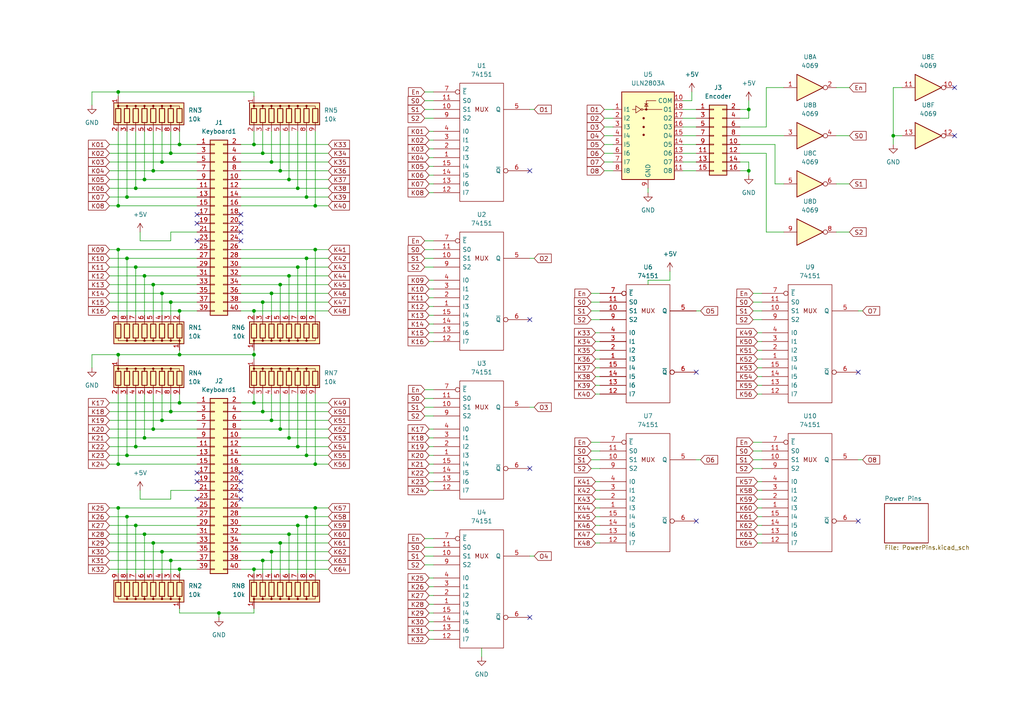
<source format=kicad_sch>
(kicad_sch (version 20211123) (generator eeschema)
  (paper "A4")
  (lib_symbols
    (symbol "4xxx:4069" (pin_names (offset 1.016))
      (property "Reference" "U" (at 0 1.27 0))
      (property "Value" "4069" (at 0 -1.27 0))
      (symbol "4069_1_0"
        (pin input line (at -7.62 0 0) (length 3.81) (name "~") (number "1"))
        (pin output inverted (at 7.62 0 180) (length 3.81) (name "~") (number "2"))
      )
      (symbol "4069_2_0"
        (pin input line (at -7.62 0 0) (length 3.81) (name "~") (number "3"))
        (pin output inverted (at 7.62 0 180) (length 3.81) (name "~") (number "4"))
      )
      (symbol "4069_3_0"
        (pin input line (at -7.62 0 0) (length 3.81) (name "~") (number "5"))
        (pin output inverted (at 7.62 0 180) (length 3.81) (name "~") (number "6"))
      )
      (symbol "4069_4_0"
        (pin output inverted (at 7.62 0 180) (length 3.81) (name "~") (number "8"))
        (pin input line (at -7.62 0 0) (length 3.81) (name "~") (number "9"))
      )
      (symbol "4069_5_0"
        (pin output inverted (at 7.62 0 180) (length 3.81) (name "~") (number "10"))
        (pin input line (at -7.62 0 0) (length 3.81) (name "~") (number "11"))
      )
      (symbol "4069_6_0"
        (pin output inverted (at 7.62 0 180) (length 3.81) (name "~") (number "12"))
        (pin input line (at -7.62 0 0) (length 3.81) (name "~") (number "13"))
      )
      (symbol "4069_7_0"
        (pin power_in line (at 0 12.7 270) (length 5.08) (name "VDD") (number "14"))
        (pin power_in line (at 0 -12.7 90) (length 5.08) (name "VSS") (number "7"))
      )
    )
    (symbol "74xx_IEEE:74151" (pin_names (offset 0.762))
      (property "Reference" "U" (at 5.08 17.78 0))
      (property "Value" "74151" (at 8.89 -20.32 0))
      (symbol "74151_0_0"
        (text "MUX" (at 0 8.89 0) (effects (font (size 1.27 1.27))))
        (pin power_in line (at 0 16.51 270) (length 0) hide (name "VCC") (number "16"))
        (pin power_in line (at 0 -17.78 90) (length 0) hide (name "GND") (number "8"))
      )
      (symbol "74151_1_1"
        (pin input line (at -13.97 -5.08 0) (length 7.62) (name "I3") (number "1"))
        (pin input line (at -13.97 8.89 0) (length 7.62) (name "S1") (number "10"))
        (pin input line (at -13.97 11.43 0) (length 7.62) (name "S0") (number "11"))
        (pin input line (at -13.97 -15.24 0) (length 7.62) (name "I7") (number "12"))
        (pin input line (at -13.97 -12.7 0) (length 7.62) (name "I6") (number "13"))
        (pin input line (at -13.97 -10.16 0) (length 7.62) (name "I5") (number "14"))
        (pin input line (at -13.97 -7.62 0) (length 7.62) (name "I4") (number "15"))
        (pin input line (at -13.97 -2.54 0) (length 7.62) (name "I2") (number "2"))
        (pin input line (at -13.97 0 0) (length 7.62) (name "I1") (number "3"))
        (pin input line (at -13.97 2.54 0) (length 7.62) (name "I0") (number "4"))
        (pin output line (at 13.97 8.89 180) (length 7.62) (name "Q") (number "5"))
        (pin output inverted (at 13.97 -8.89 180) (length 7.62) (name "~{Q}") (number "6"))
        (pin input inverted (at -13.97 13.97 0) (length 7.62) (name "~{E}") (number "7"))
        (pin input line (at -13.97 6.35 0) (length 7.62) (name "S2") (number "9"))
      )
    )
    (symbol "Connector_Generic:Conn_02x08_Odd_Even" (pin_names (offset 1.016) hide)
      (property "Reference" "J" (at 1.27 10.16 0))
      (property "Value" "Conn_02x08_Odd_Even" (at 1.27 -12.7 0))
      (symbol "Conn_02x08_Odd_Even_1_1"
        (pin passive line (at -5.08 7.62 0) (length 3.81) (name "Pin_1") (number "1"))
        (pin passive line (at 7.62 -2.54 180) (length 3.81) (name "Pin_10") (number "10"))
        (pin passive line (at -5.08 -5.08 0) (length 3.81) (name "Pin_11") (number "11"))
        (pin passive line (at 7.62 -5.08 180) (length 3.81) (name "Pin_12") (number "12"))
        (pin passive line (at -5.08 -7.62 0) (length 3.81) (name "Pin_13") (number "13"))
        (pin passive line (at 7.62 -7.62 180) (length 3.81) (name "Pin_14") (number "14"))
        (pin passive line (at -5.08 -10.16 0) (length 3.81) (name "Pin_15") (number "15"))
        (pin passive line (at 7.62 -10.16 180) (length 3.81) (name "Pin_16") (number "16"))
        (pin passive line (at 7.62 7.62 180) (length 3.81) (name "Pin_2") (number "2"))
        (pin passive line (at -5.08 5.08 0) (length 3.81) (name "Pin_3") (number "3"))
        (pin passive line (at 7.62 5.08 180) (length 3.81) (name "Pin_4") (number "4"))
        (pin passive line (at -5.08 2.54 0) (length 3.81) (name "Pin_5") (number "5"))
        (pin passive line (at 7.62 2.54 180) (length 3.81) (name "Pin_6") (number "6"))
        (pin passive line (at -5.08 0 0) (length 3.81) (name "Pin_7") (number "7"))
        (pin passive line (at 7.62 0 180) (length 3.81) (name "Pin_8") (number "8"))
        (pin passive line (at -5.08 -2.54 0) (length 3.81) (name "Pin_9") (number "9"))
      )
    )
    (symbol "Connector_Generic:Conn_02x20_Odd_Even" (pin_names (offset 1.016) hide)
      (property "Reference" "J" (at 1.27 25.4 0))
      (property "Value" "Conn_02x20_Odd_Even" (at 1.27 -27.94 0))
      (symbol "Conn_02x20_Odd_Even_1_1"
        (pin passive line (at -5.08 22.86 0) (length 3.81) (name "Pin_1") (number "1"))
        (pin passive line (at 7.62 12.7 180) (length 3.81) (name "Pin_10") (number "10"))
        (pin passive line (at -5.08 10.16 0) (length 3.81) (name "Pin_11") (number "11"))
        (pin passive line (at 7.62 10.16 180) (length 3.81) (name "Pin_12") (number "12"))
        (pin passive line (at -5.08 7.62 0) (length 3.81) (name "Pin_13") (number "13"))
        (pin passive line (at 7.62 7.62 180) (length 3.81) (name "Pin_14") (number "14"))
        (pin passive line (at -5.08 5.08 0) (length 3.81) (name "Pin_15") (number "15"))
        (pin passive line (at 7.62 5.08 180) (length 3.81) (name "Pin_16") (number "16"))
        (pin passive line (at -5.08 2.54 0) (length 3.81) (name "Pin_17") (number "17"))
        (pin passive line (at 7.62 2.54 180) (length 3.81) (name "Pin_18") (number "18"))
        (pin passive line (at -5.08 0 0) (length 3.81) (name "Pin_19") (number "19"))
        (pin passive line (at 7.62 22.86 180) (length 3.81) (name "Pin_2") (number "2"))
        (pin passive line (at 7.62 0 180) (length 3.81) (name "Pin_20") (number "20"))
        (pin passive line (at -5.08 -2.54 0) (length 3.81) (name "Pin_21") (number "21"))
        (pin passive line (at 7.62 -2.54 180) (length 3.81) (name "Pin_22") (number "22"))
        (pin passive line (at -5.08 -5.08 0) (length 3.81) (name "Pin_23") (number "23"))
        (pin passive line (at 7.62 -5.08 180) (length 3.81) (name "Pin_24") (number "24"))
        (pin passive line (at -5.08 -7.62 0) (length 3.81) (name "Pin_25") (number "25"))
        (pin passive line (at 7.62 -7.62 180) (length 3.81) (name "Pin_26") (number "26"))
        (pin passive line (at -5.08 -10.16 0) (length 3.81) (name "Pin_27") (number "27"))
        (pin passive line (at 7.62 -10.16 180) (length 3.81) (name "Pin_28") (number "28"))
        (pin passive line (at -5.08 -12.7 0) (length 3.81) (name "Pin_29") (number "29"))
        (pin passive line (at -5.08 20.32 0) (length 3.81) (name "Pin_3") (number "3"))
        (pin passive line (at 7.62 -12.7 180) (length 3.81) (name "Pin_30") (number "30"))
        (pin passive line (at -5.08 -15.24 0) (length 3.81) (name "Pin_31") (number "31"))
        (pin passive line (at 7.62 -15.24 180) (length 3.81) (name "Pin_32") (number "32"))
        (pin passive line (at -5.08 -17.78 0) (length 3.81) (name "Pin_33") (number "33"))
        (pin passive line (at 7.62 -17.78 180) (length 3.81) (name "Pin_34") (number "34"))
        (pin passive line (at -5.08 -20.32 0) (length 3.81) (name "Pin_35") (number "35"))
        (pin passive line (at 7.62 -20.32 180) (length 3.81) (name "Pin_36") (number "36"))
        (pin passive line (at -5.08 -22.86 0) (length 3.81) (name "Pin_37") (number "37"))
        (pin passive line (at 7.62 -22.86 180) (length 3.81) (name "Pin_38") (number "38"))
        (pin passive line (at -5.08 -25.4 0) (length 3.81) (name "Pin_39") (number "39"))
        (pin passive line (at 7.62 20.32 180) (length 3.81) (name "Pin_4") (number "4"))
        (pin passive line (at 7.62 -25.4 180) (length 3.81) (name "Pin_40") (number "40"))
        (pin passive line (at -5.08 17.78 0) (length 3.81) (name "Pin_5") (number "5"))
        (pin passive line (at 7.62 17.78 180) (length 3.81) (name "Pin_6") (number "6"))
        (pin passive line (at -5.08 15.24 0) (length 3.81) (name "Pin_7") (number "7"))
        (pin passive line (at 7.62 15.24 180) (length 3.81) (name "Pin_8") (number "8"))
        (pin passive line (at -5.08 12.7 0) (length 3.81) (name "Pin_9") (number "9"))
      )
    )
    (symbol "Device:R_Network08" (pin_names (offset 0) hide)
      (property "Reference" "RN" (at -12.7 0 90))
      (property "Value" "R_Network08" (at 10.16 0 90))
      (symbol "R_Network08_1_1"
        (pin passive line (at -10.16 5.08 270) (length 2.54) (name "common") (number "1"))
        (pin passive line (at -10.16 -5.08 90) (length 1.27) (name "R1") (number "2"))
        (pin passive line (at -7.62 -5.08 90) (length 1.27) (name "R2") (number "3"))
        (pin passive line (at -5.08 -5.08 90) (length 1.27) (name "R3") (number "4"))
        (pin passive line (at -2.54 -5.08 90) (length 1.27) (name "R4") (number "5"))
        (pin passive line (at 0 -5.08 90) (length 1.27) (name "R5") (number "6"))
        (pin passive line (at 2.54 -5.08 90) (length 1.27) (name "R6") (number "7"))
        (pin passive line (at 5.08 -5.08 90) (length 1.27) (name "R7") (number "8"))
        (pin passive line (at 7.62 -5.08 90) (length 1.27) (name "R8") (number "9"))
      )
    )
    (symbol "Transistor_Array:ULN2803A"
      (property "Reference" "U" (at 0 13.335 0))
      (property "Value" "ULN2803A" (at 0 11.43 0))
      (symbol "ULN2803A_1_1"
        (pin input line (at -10.16 5.08 0) (length 2.54) (name "I1") (number "1"))
        (pin passive line (at 10.16 7.62 180) (length 2.54) (name "COM") (number "10"))
        (pin open_collector line (at 10.16 -12.7 180) (length 2.54) (name "O8") (number "11"))
        (pin open_collector line (at 10.16 -10.16 180) (length 2.54) (name "O7") (number "12"))
        (pin open_collector line (at 10.16 -7.62 180) (length 2.54) (name "O6") (number "13"))
        (pin open_collector line (at 10.16 -5.08 180) (length 2.54) (name "O5") (number "14"))
        (pin open_collector line (at 10.16 -2.54 180) (length 2.54) (name "O4") (number "15"))
        (pin open_collector line (at 10.16 0 180) (length 2.54) (name "O3") (number "16"))
        (pin open_collector line (at 10.16 2.54 180) (length 2.54) (name "O2") (number "17"))
        (pin open_collector line (at 10.16 5.08 180) (length 2.54) (name "O1") (number "18"))
        (pin input line (at -10.16 2.54 0) (length 2.54) (name "I2") (number "2"))
        (pin input line (at -10.16 0 0) (length 2.54) (name "I3") (number "3"))
        (pin input line (at -10.16 -2.54 0) (length 2.54) (name "I4") (number "4"))
        (pin input line (at -10.16 -5.08 0) (length 2.54) (name "I5") (number "5"))
        (pin input line (at -10.16 -7.62 0) (length 2.54) (name "I6") (number "6"))
        (pin input line (at -10.16 -10.16 0) (length 2.54) (name "I7") (number "7"))
        (pin input line (at -10.16 -12.7 0) (length 2.54) (name "I8") (number "8"))
        (pin power_in line (at 0 -17.78 90) (length 2.54) (name "GND") (number "9"))
      )
    )
    (symbol "power:+5V" (power) (pin_names (offset 0))
      (property "Value" "+5V" (at 0 3.556 0))
      (symbol "+5V_1_1"
        (pin power_in line (at 0 0 90) (length 0) hide (name "+5V") (number "1"))
      )
    )
    (symbol "power:GND" (power) (pin_names (offset 0))
      (property "Value" "GND" (at 0 -3.81 0))
      (symbol "GND_1_1"
        (pin power_in line (at 0 0 270) (length 0) hide (name "GND") (number "1"))
      )
    )
  )
  (junction (at 86.36 77.47))
  (junction (at 78.74 121.92))
  (junction (at 88.9 149.86))
  (junction (at 41.91 154.94))
  (junction (at 34.29 72.39))
  (junction (at 39.37 77.47))
  (junction (at 86.36 129.54))
  (junction (at 91.44 147.32))
  (junction (at 44.45 124.46))
  (junction (at 83.82 127))
  (junction (at 34.29 147.32))
  (junction (at 83.82 80.01))
  (junction (at 41.91 127))
  (junction (at 76.2 119.38))
  (junction (at 76.2 162.56))
  (junction (at 73.66 41.91))
  (junction (at 86.36 54.61))
  (junction (at 36.83 57.15))
  (junction (at 76.2 87.63))
  (junction (at 73.66 90.17))
  (junction (at 81.28 124.46))
  (junction (at 44.45 49.53))
  (junction (at 34.29 134.62))
  (junction (at 46.99 85.09))
  (junction (at 217.17 31.75))
  (junction (at 46.99 160.02))
  (junction (at 259.08 39.37))
  (junction (at 52.07 41.91))
  (junction (at 52.07 102.87))
  (junction (at 81.28 157.48))
  (junction (at 88.9 132.08))
  (junction (at 46.99 46.99))
  (junction (at 81.28 82.55))
  (junction (at 41.91 52.07))
  (junction (at 78.74 160.02))
  (junction (at 34.29 102.87))
  (junction (at 36.83 132.08))
  (junction (at 36.83 74.93))
  (junction (at 52.07 116.84))
  (junction (at 49.53 119.38))
  (junction (at 83.82 154.94))
  (junction (at 88.9 74.93))
  (junction (at 81.28 49.53))
  (junction (at 49.53 162.56))
  (junction (at 39.37 54.61))
  (junction (at 91.44 59.69))
  (junction (at 73.66 102.87))
  (junction (at 34.29 59.69))
  (junction (at 49.53 44.45))
  (junction (at 73.66 116.84))
  (junction (at 36.83 149.86))
  (junction (at 34.29 26.67))
  (junction (at 39.37 152.4))
  (junction (at 78.74 46.99))
  (junction (at 46.99 121.92))
  (junction (at 76.2 44.45))
  (junction (at 49.53 87.63))
  (junction (at 41.91 80.01))
  (junction (at 91.44 134.62))
  (junction (at 63.5 177.8))
  (junction (at 91.44 72.39))
  (junction (at 83.82 52.07))
  (junction (at 52.07 90.17))
  (junction (at 88.9 57.15))
  (junction (at 52.07 165.1))
  (junction (at 217.17 49.53))
  (junction (at 44.45 82.55))
  (junction (at 78.74 85.09))
  (junction (at 44.45 157.48))
  (junction (at 73.66 165.1))
  (junction (at 86.36 152.4))
  (junction (at 39.37 129.54))
  (no_connect (at 57.15 137.16))
  (no_connect (at 57.15 139.7))
  (no_connect (at 57.15 144.78))
  (no_connect (at 69.85 144.78))
  (no_connect (at 69.85 142.24))
  (no_connect (at 69.85 137.16))
  (no_connect (at 57.15 62.23))
  (no_connect (at 57.15 64.77))
  (no_connect (at 57.15 69.85))
  (no_connect (at 69.85 62.23))
  (no_connect (at 69.85 69.85))
  (no_connect (at 69.85 67.31))
  (no_connect (at 248.92 151.13))
  (no_connect (at 153.67 135.89))
  (no_connect (at 276.86 39.37))
  (no_connect (at 276.86 25.4))
  (no_connect (at 69.85 139.7))
  (no_connect (at 153.67 49.53))
  (no_connect (at 69.85 64.77))
  (no_connect (at 201.93 107.95))
  (no_connect (at 153.67 92.71))
  (no_connect (at 153.67 179.07))
  (no_connect (at 248.92 107.95))
  (no_connect (at 201.93 151.13))
  (wire (pts (xy 214.63 36.83) (xy 222.25 36.83)))
  (wire (pts (xy 44.45 91.44) (xy 44.45 82.55)))
  (wire (pts (xy 175.26 31.75) (xy 177.8 31.75)))
  (wire (pts (xy 81.28 49.53) (xy 81.28 38.1)))
  (wire (pts (xy 124.46 134.62) (xy 125.73 134.62)))
  (wire (pts (xy 88.9 91.44) (xy 88.9 74.93)))
  (wire (pts (xy 83.82 91.44) (xy 83.82 80.01)))
  (wire (pts (xy 36.83 57.15) (xy 36.83 38.1)))
  (wire (pts (xy 69.85 77.47) (xy 86.36 77.47)))
  (wire (pts (xy 57.15 59.69) (xy 34.29 59.69)))
  (wire (pts (xy 31.75 77.47) (xy 39.37 77.47)))
  (wire (pts (xy 81.28 124.46) (xy 81.28 114.3)))
  (wire (pts (xy 39.37 152.4) (xy 57.15 152.4)))
  (wire (pts (xy 69.85 49.53) (xy 81.28 49.53)))
  (wire (pts (xy 124.46 127) (xy 125.73 127)))
  (wire (pts (xy 95.25 57.15) (xy 88.9 57.15)))
  (wire (pts (xy 259.08 39.37) (xy 261.62 39.37)))
  (wire (pts (xy 46.99 85.09) (xy 57.15 85.09)))
  (wire (pts (xy 219.71 154.94) (xy 220.98 154.94)))
  (wire (pts (xy 39.37 77.47) (xy 57.15 77.47)))
  (wire (pts (xy 88.9 57.15) (xy 69.85 57.15)))
  (wire (pts (xy 34.29 104.14) (xy 34.29 102.87)))
  (wire (pts (xy 124.46 124.46) (xy 125.73 124.46)))
  (wire (pts (xy 91.44 59.69) (xy 95.25 59.69)))
  (wire (pts (xy 242.57 25.4) (xy 246.38 25.4)))
  (wire (pts (xy 217.17 49.53) (xy 217.17 50.8)))
  (wire (pts (xy 91.44 147.32) (xy 91.44 166.37)))
  (wire (pts (xy 124.46 180.34) (xy 125.73 180.34)))
  (wire (pts (xy 198.12 31.75) (xy 201.93 31.75)))
  (wire (pts (xy 198.12 36.83) (xy 201.93 36.83)))
  (wire (pts (xy 57.15 119.38) (xy 49.53 119.38)))
  (wire (pts (xy 86.36 152.4) (xy 95.25 152.4)))
  (wire (pts (xy 86.36 77.47) (xy 86.36 91.44)))
  (wire (pts (xy 78.74 121.92) (xy 95.25 121.92)))
  (wire (pts (xy 69.85 116.84) (xy 73.66 116.84)))
  (wire (pts (xy 219.71 104.14) (xy 220.98 104.14)))
  (wire (pts (xy 123.19 29.21) (xy 125.73 29.21)))
  (wire (pts (xy 31.75 49.53) (xy 44.45 49.53)))
  (wire (pts (xy 46.99 121.92) (xy 46.99 114.3)))
  (wire (pts (xy 78.74 91.44) (xy 78.74 85.09)))
  (wire (pts (xy 123.19 69.85) (xy 125.73 69.85)))
  (wire (pts (xy 172.72 111.76) (xy 173.99 111.76)))
  (wire (pts (xy 31.75 87.63) (xy 49.53 87.63)))
  (wire (pts (xy 219.71 114.3) (xy 220.98 114.3)))
  (wire (pts (xy 83.82 114.3) (xy 83.82 127)))
  (wire (pts (xy 44.45 114.3) (xy 44.45 124.46)))
  (wire (pts (xy 57.15 52.07) (xy 41.91 52.07)))
  (wire (pts (xy 46.99 91.44) (xy 46.99 85.09)))
  (wire (pts (xy 123.19 118.11) (xy 125.73 118.11)))
  (wire (pts (xy 49.53 69.85) (xy 49.53 67.31)))
  (wire (pts (xy 31.75 41.91) (xy 52.07 41.91)))
  (wire (pts (xy 81.28 49.53) (xy 95.25 49.53)))
  (wire (pts (xy 172.72 142.24) (xy 173.99 142.24)))
  (wire (pts (xy 69.85 162.56) (xy 76.2 162.56)))
  (wire (pts (xy 57.15 129.54) (xy 39.37 129.54)))
  (wire (pts (xy 36.83 149.86) (xy 57.15 149.86)))
  (wire (pts (xy 218.44 85.09) (xy 220.98 85.09)))
  (wire (pts (xy 31.75 54.61) (xy 39.37 54.61)))
  (wire (pts (xy 242.57 53.34) (xy 246.38 53.34)))
  (wire (pts (xy 91.44 134.62) (xy 91.44 114.3)))
  (wire (pts (xy 46.99 166.37) (xy 46.99 160.02)))
  (wire (pts (xy 69.85 147.32) (xy 91.44 147.32)))
  (wire (pts (xy 194.31 78.74) (xy 194.31 81.28)))
  (wire (pts (xy 259.08 41.91) (xy 259.08 39.37)))
  (wire (pts (xy 34.29 59.69) (xy 34.29 38.1)))
  (wire (pts (xy 219.71 144.78) (xy 220.98 144.78)))
  (wire (pts (xy 194.31 81.28) (xy 187.96 81.28)))
  (wire (pts (xy 69.85 41.91) (xy 73.66 41.91)))
  (wire (pts (xy 201.93 90.17) (xy 203.2 90.17)))
  (wire (pts (xy 31.75 149.86) (xy 36.83 149.86)))
  (wire (pts (xy 83.82 166.37) (xy 83.82 154.94)))
  (wire (pts (xy 26.67 102.87) (xy 26.67 106.68)))
  (wire (pts (xy 218.44 90.17) (xy 220.98 90.17)))
  (wire (pts (xy 124.46 99.06) (xy 125.73 99.06)))
  (wire (pts (xy 39.37 54.61) (xy 39.37 38.1)))
  (wire (pts (xy 49.53 87.63) (xy 57.15 87.63)))
  (wire (pts (xy 123.19 161.29) (xy 125.73 161.29)))
  (wire (pts (xy 124.46 137.16) (xy 125.73 137.16)))
  (wire (pts (xy 86.36 152.4) (xy 86.36 166.37)))
  (wire (pts (xy 124.46 132.08) (xy 125.73 132.08)))
  (wire (pts (xy 123.19 31.75) (xy 125.73 31.75)))
  (wire (pts (xy 73.66 165.1) (xy 95.25 165.1)))
  (wire (pts (xy 73.66 116.84) (xy 73.66 114.3)))
  (wire (pts (xy 124.46 185.42) (xy 125.73 185.42)))
  (wire (pts (xy 123.19 72.39) (xy 125.73 72.39)))
  (wire (pts (xy 222.25 67.31) (xy 227.33 67.31)))
  (wire (pts (xy 172.72 101.6) (xy 173.99 101.6)))
  (wire (pts (xy 69.85 127) (xy 83.82 127)))
  (wire (pts (xy 49.53 119.38) (xy 49.53 114.3)))
  (wire (pts (xy 172.72 96.52) (xy 173.99 96.52)))
  (wire (pts (xy 31.75 124.46) (xy 44.45 124.46)))
  (wire (pts (xy 49.53 67.31) (xy 57.15 67.31)))
  (wire (pts (xy 73.66 116.84) (xy 95.25 116.84)))
  (wire (pts (xy 31.75 134.62) (xy 34.29 134.62)))
  (wire (pts (xy 123.19 113.03) (xy 125.73 113.03)))
  (wire (pts (xy 40.64 144.78) (xy 49.53 144.78)))
  (wire (pts (xy 46.99 46.99) (xy 46.99 38.1)))
  (wire (pts (xy 31.75 57.15) (xy 36.83 57.15)))
  (wire (pts (xy 76.2 44.45) (xy 95.25 44.45)))
  (wire (pts (xy 124.46 139.7) (xy 125.73 139.7)))
  (wire (pts (xy 40.64 142.24) (xy 40.64 144.78)))
  (wire (pts (xy 34.29 26.67) (xy 73.66 26.67)))
  (wire (pts (xy 88.9 132.08) (xy 69.85 132.08)))
  (wire (pts (xy 172.72 147.32) (xy 173.99 147.32)))
  (wire (pts (xy 124.46 172.72) (xy 125.73 172.72)))
  (wire (pts (xy 57.15 41.91) (xy 52.07 41.91)))
  (wire (pts (xy 36.83 132.08) (xy 36.83 114.3)))
  (wire (pts (xy 57.15 57.15) (xy 36.83 57.15)))
  (wire (pts (xy 83.82 80.01) (xy 95.25 80.01)))
  (wire (pts (xy 171.45 133.35) (xy 173.99 133.35)))
  (wire (pts (xy 76.2 162.56) (xy 95.25 162.56)))
  (wire (pts (xy 222.25 25.4) (xy 227.33 25.4)))
  (wire (pts (xy 123.19 115.57) (xy 125.73 115.57)))
  (wire (pts (xy 31.75 157.48) (xy 44.45 157.48)))
  (wire (pts (xy 44.45 157.48) (xy 57.15 157.48)))
  (wire (pts (xy 124.46 129.54) (xy 125.73 129.54)))
  (wire (pts (xy 31.75 82.55) (xy 44.45 82.55)))
  (wire (pts (xy 26.67 102.87) (xy 34.29 102.87)))
  (wire (pts (xy 224.79 41.91) (xy 224.79 53.34)))
  (wire (pts (xy 49.53 166.37) (xy 49.53 162.56)))
  (wire (pts (xy 39.37 91.44) (xy 39.37 77.47)))
  (wire (pts (xy 73.66 90.17) (xy 69.85 90.17)))
  (wire (pts (xy 52.07 41.91) (xy 52.07 38.1)))
  (wire (pts (xy 172.72 109.22) (xy 173.99 109.22)))
  (wire (pts (xy 124.46 88.9) (xy 125.73 88.9)))
  (wire (pts (xy 124.46 142.24) (xy 125.73 142.24)))
  (wire (pts (xy 198.12 41.91) (xy 201.93 41.91)))
  (wire (pts (xy 69.85 157.48) (xy 81.28 157.48)))
  (wire (pts (xy 259.08 25.4) (xy 261.62 25.4)))
  (wire (pts (xy 172.72 106.68) (xy 173.99 106.68)))
  (wire (pts (xy 86.36 54.61) (xy 86.36 38.1)))
  (wire (pts (xy 31.75 46.99) (xy 46.99 46.99)))
  (wire (pts (xy 86.36 77.47) (xy 95.25 77.47)))
  (wire (pts (xy 218.44 133.35) (xy 220.98 133.35)))
  (wire (pts (xy 57.15 124.46) (xy 44.45 124.46)))
  (wire (pts (xy 217.17 46.99) (xy 217.17 49.53)))
  (wire (pts (xy 124.46 167.64) (xy 125.73 167.64)))
  (wire (pts (xy 34.29 91.44) (xy 34.29 72.39)))
  (wire (pts (xy 69.85 52.07) (xy 83.82 52.07)))
  (wire (pts (xy 153.67 31.75) (xy 154.94 31.75)))
  (wire (pts (xy 91.44 59.69) (xy 91.44 38.1)))
  (wire (pts (xy 81.28 82.55) (xy 81.28 91.44)))
  (wire (pts (xy 57.15 132.08) (xy 36.83 132.08)))
  (wire (pts (xy 81.28 124.46) (xy 95.25 124.46)))
  (wire (pts (xy 124.46 48.26) (xy 125.73 48.26)))
  (wire (pts (xy 175.26 41.91) (xy 177.8 41.91)))
  (wire (pts (xy 219.71 109.22) (xy 220.98 109.22)))
  (wire (pts (xy 171.45 90.17) (xy 173.99 90.17)))
  (wire (pts (xy 172.72 144.78) (xy 173.99 144.78)))
  (wire (pts (xy 31.75 165.1) (xy 52.07 165.1)))
  (wire (pts (xy 124.46 91.44) (xy 125.73 91.44)))
  (wire (pts (xy 39.37 166.37) (xy 39.37 152.4)))
  (wire (pts (xy 69.85 165.1) (xy 73.66 165.1)))
  (wire (pts (xy 124.46 40.64) (xy 125.73 40.64)))
  (wire (pts (xy 76.2 87.63) (xy 76.2 91.44)))
  (wire (pts (xy 124.46 38.1) (xy 125.73 38.1)))
  (wire (pts (xy 78.74 160.02) (xy 95.25 160.02)))
  (wire (pts (xy 52.07 90.17) (xy 57.15 90.17)))
  (wire (pts (xy 172.72 149.86) (xy 173.99 149.86)))
  (wire (pts (xy 124.46 170.18) (xy 125.73 170.18)))
  (wire (pts (xy 124.46 177.8) (xy 125.73 177.8)))
  (wire (pts (xy 214.63 31.75) (xy 217.17 31.75)))
  (wire (pts (xy 78.74 85.09) (xy 95.25 85.09)))
  (wire (pts (xy 219.71 101.6) (xy 220.98 101.6)))
  (wire (pts (xy 44.45 166.37) (xy 44.45 157.48)))
  (wire (pts (xy 175.26 39.37) (xy 177.8 39.37)))
  (wire (pts (xy 69.85 44.45) (xy 76.2 44.45)))
  (wire (pts (xy 49.53 142.24) (xy 57.15 142.24)))
  (wire (pts (xy 219.71 139.7) (xy 220.98 139.7)))
  (wire (pts (xy 172.72 99.06) (xy 173.99 99.06)))
  (wire (pts (xy 214.63 34.29) (xy 217.17 34.29)))
  (wire (pts (xy 73.66 91.44) (xy 73.66 90.17)))
  (wire (pts (xy 123.19 163.83) (xy 125.73 163.83)))
  (wire (pts (xy 222.25 36.83) (xy 222.25 25.4)))
  (wire (pts (xy 78.74 121.92) (xy 78.74 114.3)))
  (wire (pts (xy 76.2 87.63) (xy 95.25 87.63)))
  (wire (pts (xy 63.5 177.8) (xy 52.07 177.8)))
  (wire (pts (xy 91.44 147.32) (xy 95.25 147.32)))
  (wire (pts (xy 172.72 139.7) (xy 173.99 139.7)))
  (wire (pts (xy 175.26 34.29) (xy 177.8 34.29)))
  (wire (pts (xy 88.9 114.3) (xy 88.9 132.08)))
  (wire (pts (xy 41.91 154.94) (xy 57.15 154.94)))
  (wire (pts (xy 57.15 134.62) (xy 34.29 134.62)))
  (wire (pts (xy 78.74 46.99) (xy 78.74 38.1)))
  (wire (pts (xy 69.85 160.02) (xy 78.74 160.02)))
  (wire (pts (xy 73.66 166.37) (xy 73.66 165.1)))
  (wire (pts (xy 41.91 127) (xy 41.91 114.3)))
  (wire (pts (xy 248.92 90.17) (xy 250.19 90.17)))
  (wire (pts (xy 124.46 53.34) (xy 125.73 53.34)))
  (wire (pts (xy 81.28 157.48) (xy 95.25 157.48)))
  (wire (pts (xy 198.12 39.37) (xy 201.93 39.37)))
  (wire (pts (xy 95.25 119.38) (xy 76.2 119.38)))
  (wire (pts (xy 31.75 74.93) (xy 36.83 74.93)))
  (wire (pts (xy 123.19 156.21) (xy 125.73 156.21)))
  (wire (pts (xy 123.19 74.93) (xy 125.73 74.93)))
  (wire (pts (xy 26.67 26.67) (xy 34.29 26.67)))
  (wire (pts (xy 175.26 46.99) (xy 177.8 46.99)))
  (wire (pts (xy 91.44 72.39) (xy 91.44 91.44)))
  (wire (pts (xy 242.57 67.31) (xy 246.38 67.31)))
  (wire (pts (xy 88.9 74.93) (xy 69.85 74.93)))
  (wire (pts (xy 219.71 157.48) (xy 220.98 157.48)))
  (wire (pts (xy 81.28 157.48) (xy 81.28 166.37)))
  (wire (pts (xy 49.53 144.78) (xy 49.53 142.24)))
  (wire (pts (xy 214.63 44.45) (xy 222.25 44.45)))
  (wire (pts (xy 88.9 74.93) (xy 95.25 74.93)))
  (wire (pts (xy 83.82 80.01) (xy 69.85 80.01)))
  (wire (pts (xy 52.07 101.6) (xy 52.07 102.87)))
  (wire (pts (xy 171.45 128.27) (xy 173.99 128.27)))
  (wire (pts (xy 153.67 74.93) (xy 154.94 74.93)))
  (wire (pts (xy 69.85 134.62) (xy 91.44 134.62)))
  (wire (pts (xy 57.15 49.53) (xy 44.45 49.53)))
  (wire (pts (xy 31.75 52.07) (xy 41.91 52.07)))
  (wire (pts (xy 172.72 114.3) (xy 173.99 114.3)))
  (wire (pts (xy 200.66 29.21) (xy 198.12 29.21)))
  (wire (pts (xy 218.44 135.89) (xy 220.98 135.89)))
  (wire (pts (xy 198.12 46.99) (xy 201.93 46.99)))
  (wire (pts (xy 219.71 152.4) (xy 220.98 152.4)))
  (wire (pts (xy 73.66 177.8) (xy 63.5 177.8)))
  (wire (pts (xy 31.75 85.09) (xy 46.99 85.09)))
  (wire (pts (xy 69.85 129.54) (xy 86.36 129.54)))
  (wire (pts (xy 88.9 149.86) (xy 95.25 149.86)))
  (wire (pts (xy 57.15 54.61) (xy 39.37 54.61)))
  (wire (pts (xy 31.75 59.69) (xy 34.29 59.69)))
  (wire (pts (xy 171.45 130.81) (xy 173.99 130.81)))
  (wire (pts (xy 76.2 44.45) (xy 76.2 38.1)))
  (wire (pts (xy 73.66 102.87) (xy 73.66 101.6)))
  (wire (pts (xy 69.85 152.4) (xy 86.36 152.4)))
  (wire (pts (xy 124.46 45.72) (xy 125.73 45.72)))
  (wire (pts (xy 218.44 130.81) (xy 220.98 130.81)))
  (wire (pts (xy 172.72 154.94) (xy 173.99 154.94)))
  (wire (pts (xy 49.53 91.44) (xy 49.53 87.63)))
  (wire (pts (xy 41.91 166.37) (xy 41.91 154.94)))
  (wire (pts (xy 124.46 93.98) (xy 125.73 93.98)))
  (wire (pts (xy 52.07 165.1) (xy 57.15 165.1)))
  (wire (pts (xy 214.63 46.99) (xy 217.17 46.99)))
  (wire (pts (xy 218.44 87.63) (xy 220.98 87.63)))
  (wire (pts (xy 153.67 118.11) (xy 154.94 118.11)))
  (wire (pts (xy 73.66 41.91) (xy 95.25 41.91)))
  (wire (pts (xy 139.7 187.96) (xy 139.7 190.5)))
  (wire (pts (xy 69.85 149.86) (xy 88.9 149.86)))
  (wire (pts (xy 31.75 160.02) (xy 46.99 160.02)))
  (wire (pts (xy 31.75 127) (xy 41.91 127)))
  (wire (pts (xy 248.92 133.35) (xy 250.19 133.35)))
  (wire (pts (xy 86.36 54.61) (xy 95.25 54.61)))
  (wire (pts (xy 198.12 34.29) (xy 201.93 34.29)))
  (wire (pts (xy 172.72 152.4) (xy 173.99 152.4)))
  (wire (pts (xy 123.19 26.67) (xy 125.73 26.67)))
  (wire (pts (xy 46.99 160.02) (xy 57.15 160.02)))
  (wire (pts (xy 76.2 114.3) (xy 76.2 119.38)))
  (wire (pts (xy 78.74 46.99) (xy 95.25 46.99)))
  (wire (pts (xy 69.85 87.63) (xy 76.2 87.63)))
  (wire (pts (xy 69.85 46.99) (xy 78.74 46.99)))
  (wire (pts (xy 219.71 149.86) (xy 220.98 149.86)))
  (wire (pts (xy 36.83 166.37) (xy 36.83 149.86)))
  (wire (pts (xy 224.79 53.34) (xy 227.33 53.34)))
  (wire (pts (xy 31.75 121.92) (xy 46.99 121.92)))
  (wire (pts (xy 49.53 162.56) (xy 57.15 162.56)))
  (wire (pts (xy 73.66 41.91) (xy 73.66 38.1)))
  (wire (pts (xy 91.44 72.39) (xy 95.25 72.39)))
  (wire (pts (xy 187.96 81.28) (xy 187.96 82.55)))
  (wire (pts (xy 57.15 121.92) (xy 46.99 121.92)))
  (wire (pts (xy 57.15 44.45) (xy 49.53 44.45)))
  (wire (pts (xy 31.75 80.01) (xy 41.91 80.01)))
  (wire (pts (xy 73.66 102.87) (xy 73.66 104.14)))
  (wire (pts (xy 41.91 52.07) (xy 41.91 38.1)))
  (wire (pts (xy 44.45 38.1) (xy 44.45 49.53)))
  (wire (pts (xy 34.29 27.94) (xy 34.29 26.67)))
  (wire (pts (xy 31.75 147.32) (xy 34.29 147.32)))
  (wire (pts (xy 52.07 166.37) (xy 52.07 165.1)))
  (wire (pts (xy 200.66 26.67) (xy 200.66 29.21)))
  (wire (pts (xy 34.29 166.37) (xy 34.29 147.32)))
  (wire (pts (xy 34.29 147.32) (xy 57.15 147.32)))
  (wire (pts (xy 86.36 129.54) (xy 95.25 129.54)))
  (wire (pts (xy 69.85 119.38) (xy 76.2 119.38)))
  (wire (pts (xy 52.07 91.44) (xy 52.07 90.17)))
  (wire (pts (xy 214.63 39.37) (xy 227.33 39.37)))
  (wire (pts (xy 124.46 55.88) (xy 125.73 55.88)))
  (wire (pts (xy 31.75 72.39) (xy 34.29 72.39)))
  (wire (pts (xy 187.96 54.61) (xy 187.96 55.88)))
  (wire (pts (xy 36.83 91.44) (xy 36.83 74.93)))
  (wire (pts (xy 31.75 162.56) (xy 49.53 162.56)))
  (wire (pts (xy 34.29 102.87) (xy 52.07 102.87)))
  (wire (pts (xy 63.5 177.8) (xy 63.5 179.07)))
  (wire (pts (xy 124.46 81.28) (xy 125.73 81.28)))
  (wire (pts (xy 31.75 119.38) (xy 49.53 119.38)))
  (wire (pts (xy 52.07 116.84) (xy 52.07 114.3)))
  (wire (pts (xy 52.07 102.87) (xy 73.66 102.87)))
  (wire (pts (xy 222.25 44.45) (xy 222.25 67.31)))
  (wire (pts (xy 218.44 92.71) (xy 220.98 92.71)))
  (wire (pts (xy 88.9 38.1) (xy 88.9 57.15)))
  (wire (pts (xy 175.26 36.83) (xy 177.8 36.83)))
  (wire (pts (xy 69.85 72.39) (xy 91.44 72.39)))
  (wire (pts (xy 198.12 44.45) (xy 201.93 44.45)))
  (wire (pts (xy 40.64 67.31) (xy 40.64 69.85)))
  (wire (pts (xy 171.45 85.09) (xy 173.99 85.09)))
  (wire (pts (xy 219.71 147.32) (xy 220.98 147.32)))
  (wire (pts (xy 69.85 124.46) (xy 81.28 124.46)))
  (wire (pts (xy 175.26 49.53) (xy 177.8 49.53)))
  (wire (pts (xy 175.26 44.45) (xy 177.8 44.45)))
  (wire (pts (xy 88.9 166.37) (xy 88.9 149.86)))
  (wire (pts (xy 31.75 129.54) (xy 39.37 129.54)))
  (wire (pts (xy 172.72 157.48) (xy 173.99 157.48)))
  (wire (pts (xy 78.74 85.09) (xy 69.85 85.09)))
  (wire (pts (xy 31.75 154.94) (xy 41.91 154.94)))
  (wire (pts (xy 69.85 154.94) (xy 83.82 154.94)))
  (wire (pts (xy 219.71 106.68) (xy 220.98 106.68)))
  (wire (pts (xy 83.82 127) (xy 95.25 127)))
  (wire (pts (xy 153.67 161.29) (xy 154.94 161.29)))
  (wire (pts (xy 44.45 82.55) (xy 57.15 82.55)))
  (wire (pts (xy 76.2 162.56) (xy 76.2 166.37)))
  (wire (pts (xy 31.75 90.17) (xy 52.07 90.17)))
  (wire (pts (xy 34.29 134.62) (xy 34.29 114.3)))
  (wire (pts (xy 217.17 31.75) (xy 217.17 29.21)))
  (wire (pts (xy 34.29 72.39) (xy 57.15 72.39)))
  (wire (pts (xy 83.82 38.1) (xy 83.82 52.07)))
  (wire (pts (xy 217.17 34.29) (xy 217.17 31.75)))
  (wire (pts (xy 124.46 86.36) (xy 125.73 86.36)))
  (wire (pts (xy 124.46 50.8) (xy 125.73 50.8)))
  (wire (pts (xy 41.91 91.44) (xy 41.91 80.01)))
  (wire (pts (xy 123.19 120.65) (xy 125.73 120.65)))
  (wire (pts (xy 171.45 87.63) (xy 173.99 87.63)))
  (wire (pts (xy 52.07 177.8) (xy 52.07 176.53)))
  (wire (pts (xy 124.46 175.26) (xy 125.73 175.26)))
  (wire (pts (xy 31.75 152.4) (xy 39.37 152.4)))
  (wire (pts (xy 171.45 135.89) (xy 173.99 135.89)))
  (wire (pts (xy 219.71 96.52) (xy 220.98 96.52)))
  (wire (pts (xy 123.19 158.75) (xy 125.73 158.75)))
  (wire (pts (xy 31.75 44.45) (xy 49.53 44.45)))
  (wire (pts (xy 172.72 104.14) (xy 173.99 104.14)))
  (wire (pts (xy 73.66 176.53) (xy 73.66 177.8)))
  (wire (pts (xy 91.44 134.62) (xy 95.25 134.62)))
  (wire (pts (xy 39.37 129.54) (xy 39.37 114.3)))
  (wire (pts (xy 31.75 116.84) (xy 52.07 116.84)))
  (wire (pts (xy 69.85 121.92) (xy 78.74 121.92)))
  (wire (pts (xy 124.46 96.52) (xy 125.73 96.52)))
  (wire (pts (xy 219.71 99.06) (xy 220.98 99.06)))
  (wire (pts (xy 124.46 182.88) (xy 125.73 182.88)))
  (wire (pts (xy 73.66 26.67) (xy 73.66 27.94)))
  (wire (pts (xy 214.63 49.53) (xy 217.17 49.53)))
  (wire (pts (xy 73.66 90.17) (xy 95.25 90.17)))
  (wire (pts (xy 88.9 132.08) (xy 95.25 132.08)))
  (wire (pts (xy 49.53 44.45) (xy 49.53 38.1)))
  (wire (pts (xy 41.91 80.01) (xy 57.15 80.01)))
  (wire (pts (xy 86.36 129.54) (xy 86.36 114.3)))
  (wire (pts (xy 69.85 59.69) (xy 91.44 59.69)))
  (wire (pts (xy 78.74 166.37) (xy 78.74 160.02)))
  (wire (pts (xy 57.15 116.84) (xy 52.07 116.84)))
  (wire (pts (xy 219.71 142.24) (xy 220.98 142.24)))
  (wire (pts (xy 218.44 128.27) (xy 220.98 128.27)))
  (wire (pts (xy 198.12 49.53) (xy 201.93 49.53)))
  (wire (pts (xy 57.15 46.99) (xy 46.99 46.99)))
  (wire (pts (xy 69.85 82.55) (xy 81.28 82.55)))
  (wire (pts (xy 214.63 41.91) (xy 224.79 41.91)))
  (wire (pts (xy 171.45 92.71) (xy 173.99 92.71)))
  (wire (pts (xy 123.19 34.29) (xy 125.73 34.29)))
  (wire (pts (xy 201.93 133.35) (xy 203.2 133.35)))
  (wire (pts (xy 57.15 127) (xy 41.91 127)))
  (wire (pts (xy 242.57 39.37) (xy 246.38 39.37)))
  (wire (pts (xy 36.83 74.93) (xy 57.15 74.93)))
  (wire (pts (xy 83.82 52.07) (xy 95.25 52.07)))
  (wire (pts (xy 259.08 39.37) (xy 259.08 25.4)))
  (wire (pts (xy 40.64 69.85) (xy 49.53 69.85)))
  (wire (pts (xy 31.75 132.08) (xy 36.83 132.08)))
  (wire (pts (xy 69.85 54.61) (xy 86.36 54.61)))
  (wire (pts (xy 123.19 77.47) (xy 125.73 77.47)))
  (wire (pts (xy 26.67 30.48) (xy 26.67 26.67)))
  (wire (pts (xy 124.46 43.18) (xy 125.73 43.18)))
  (wire (pts (xy 124.46 83.82) (xy 125.73 83.82)))
  (wire (pts (xy 219.71 111.76) (xy 220.98 111.76)))
  (wire (pts (xy 81.28 82.55) (xy 95.25 82.55)))
  (wire (pts (xy 83.82 154.94) (xy 95.25 154.94)))
  (global_label "K63" (shape input) (at 219.71 154.94 180) (property "Intersheet References" "${INTERSHEET_REFS}" (effects hide)))
  (global_label "K21" (shape input) (at 31.75 127 180) (property "Intersheet References" "${INTERSHEET_REFS}" (effects hide)))
  (global_label "K10" (shape input) (at 31.75 74.93 180) (property "Intersheet References" "${INTERSHEET_REFS}" (effects hide)))
  (global_label "K45" (shape input) (at 95.25 82.55 0) (property "Intersheet References" "${INTERSHEET_REFS}" (effects hide)))
  (global_label "K62" (shape input) (at 219.71 152.4 180) (property "Intersheet References" "${INTERSHEET_REFS}" (effects hide)))
  (global_label "K32" (shape input) (at 124.46 185.42 180) (property "Intersheet References" "${INTERSHEET_REFS}" (effects hide)))
  (global_label "K64" (shape input) (at 95.25 165.1 0) (property "Intersheet References" "${INTERSHEET_REFS}" (effects hide)))
  (global_label "K10" (shape input) (at 124.46 83.82 180) (property "Intersheet References" "${INTERSHEET_REFS}" (effects hide)))
  (global_label "K36" (shape input) (at 95.25 49.53 0) (property "Intersheet References" "${INTERSHEET_REFS}" (effects hide)))
  (global_label "K06" (shape input) (at 31.75 54.61 180) (property "Intersheet References" "${INTERSHEET_REFS}" (effects hide)))
  (global_label "K60" (shape input) (at 219.71 147.32 180) (property "Intersheet References" "${INTERSHEET_REFS}" (effects hide)))
  (global_label "K58" (shape input) (at 219.71 142.24 180) (property "Intersheet References" "${INTERSHEET_REFS}" (effects hide)))
  (global_label "K29" (shape input) (at 124.46 177.8 180) (property "Intersheet References" "${INTERSHEET_REFS}" (effects hide)))
  (global_label "K52" (shape input) (at 95.25 124.46 0) (property "Intersheet References" "${INTERSHEET_REFS}" (effects hide)))
  (global_label "K37" (shape input) (at 95.25 52.07 0) (property "Intersheet References" "${INTERSHEET_REFS}" (effects hide)))
  (global_label "S0" (shape input) (at 171.45 130.81 180) (property "Intersheet References" "${INTERSHEET_REFS}" (effects hide)))
  (global_label "K41" (shape input) (at 172.72 139.7 180) (property "Intersheet References" "${INTERSHEET_REFS}" (effects hide)))
  (global_label "K48" (shape input) (at 95.25 90.17 0) (property "Intersheet References" "${INTERSHEET_REFS}" (effects hide)))
  (global_label "K63" (shape input) (at 95.25 162.56 0) (property "Intersheet References" "${INTERSHEET_REFS}" (effects hide)))
  (global_label "O6" (shape input) (at 175.26 44.45 180) (property "Intersheet References" "${INTERSHEET_REFS}" (effects hide)))
  (global_label "K56" (shape input) (at 95.25 134.62 0) (property "Intersheet References" "${INTERSHEET_REFS}" (effects hide)))
  (global_label "K16" (shape input) (at 124.46 99.06 180) (property "Intersheet References" "${INTERSHEET_REFS}" (effects hide)))
  (global_label "S0" (shape input) (at 123.19 158.75 180) (property "Intersheet References" "${INTERSHEET_REFS}" (effects hide)))
  (global_label "K08" (shape input) (at 31.75 59.69 180) (property "Intersheet References" "${INTERSHEET_REFS}" (effects hide)))
  (global_label "S2" (shape input) (at 123.19 77.47 180) (property "Intersheet References" "${INTERSHEET_REFS}" (effects hide)))
  (global_label "K56" (shape input) (at 219.71 114.3 180) (property "Intersheet References" "${INTERSHEET_REFS}" (effects hide)))
  (global_label "K21" (shape input) (at 124.46 134.62 180) (property "Intersheet References" "${INTERSHEET_REFS}" (effects hide)))
  (global_label "K47" (shape input) (at 95.25 87.63 0) (property "Intersheet References" "${INTERSHEET_REFS}" (effects hide)))
  (global_label "O6" (shape input) (at 203.2 133.35 0) (property "Intersheet References" "${INTERSHEET_REFS}" (effects hide)))
  (global_label "K04" (shape input) (at 31.75 49.53 180) (property "Intersheet References" "${INTERSHEET_REFS}" (effects hide)))
  (global_label "O5" (shape input) (at 203.2 90.17 0) (property "Intersheet References" "${INTERSHEET_REFS}" (effects hide)))
  (global_label "K06" (shape input) (at 124.46 50.8 180) (property "Intersheet References" "${INTERSHEET_REFS}" (effects hide)))
  (global_label "K40" (shape input) (at 95.25 59.69 0) (property "Intersheet References" "${INTERSHEET_REFS}" (effects hide)))
  (global_label "K09" (shape input) (at 124.46 81.28 180) (property "Intersheet References" "${INTERSHEET_REFS}" (effects hide)))
  (global_label "K07" (shape input) (at 31.75 57.15 180) (property "Intersheet References" "${INTERSHEET_REFS}" (effects hide)))
  (global_label "S2" (shape input) (at 171.45 135.89 180) (property "Intersheet References" "${INTERSHEET_REFS}" (effects hide)))
  (global_label "K39" (shape input) (at 172.72 111.76 180) (property "Intersheet References" "${INTERSHEET_REFS}" (effects hide)))
  (global_label "S1" (shape input) (at 123.19 118.11 180) (property "Intersheet References" "${INTERSHEET_REFS}" (effects hide)))
  (global_label "K22" (shape input) (at 124.46 137.16 180) (property "Intersheet References" "${INTERSHEET_REFS}" (effects hide)))
  (global_label "K39" (shape input) (at 95.25 57.15 0) (property "Intersheet References" "${INTERSHEET_REFS}" (effects hide)))
  (global_label "K17" (shape input) (at 124.46 124.46 180) (property "Intersheet References" "${INTERSHEET_REFS}" (effects hide)))
  (global_label "K05" (shape input) (at 31.75 52.07 180) (property "Intersheet References" "${INTERSHEET_REFS}" (effects hide)))
  (global_label "K35" (shape input) (at 95.25 46.99 0) (property "Intersheet References" "${INTERSHEET_REFS}" (effects hide)))
  (global_label "K28" (shape input) (at 124.46 175.26 180) (property "Intersheet References" "${INTERSHEET_REFS}" (effects hide)))
  (global_label "K20" (shape input) (at 31.75 124.46 180) (property "Intersheet References" "${INTERSHEET_REFS}" (effects hide)))
  (global_label "K59" (shape input) (at 95.25 152.4 0) (property "Intersheet References" "${INTERSHEET_REFS}" (effects hide)))
  (global_label "K62" (shape input) (at 95.25 160.02 0) (property "Intersheet References" "${INTERSHEET_REFS}" (effects hide)))
  (global_label "K23" (shape input) (at 31.75 132.08 180) (property "Intersheet References" "${INTERSHEET_REFS}" (effects hide)))
  (global_label "K50" (shape input) (at 95.25 119.38 0) (property "Intersheet References" "${INTERSHEET_REFS}" (effects hide)))
  (global_label "K23" (shape input) (at 124.46 139.7 180) (property "Intersheet References" "${INTERSHEET_REFS}" (effects hide)))
  (global_label "K57" (shape input) (at 219.71 139.7 180) (property "Intersheet References" "${INTERSHEET_REFS}" (effects hide)))
  (global_label "K24" (shape input) (at 31.75 134.62 180) (property "Intersheet References" "${INTERSHEET_REFS}" (effects hide)))
  (global_label "K11" (shape input) (at 124.46 86.36 180) (property "Intersheet References" "${INTERSHEET_REFS}" (effects hide)))
  (global_label "S1" (shape input) (at 123.19 161.29 180) (property "Intersheet References" "${INTERSHEET_REFS}" (effects hide)))
  (global_label "K49" (shape input) (at 219.71 96.52 180) (property "Intersheet References" "${INTERSHEET_REFS}" (effects hide)))
  (global_label "S2" (shape input) (at 123.19 34.29 180) (property "Intersheet References" "${INTERSHEET_REFS}" (effects hide)))
  (global_label "K53" (shape input) (at 95.25 127 0) (property "Intersheet References" "${INTERSHEET_REFS}" (effects hide)))
  (global_label "O4" (shape input) (at 154.94 161.29 0) (property "Intersheet References" "${INTERSHEET_REFS}" (effects hide)))
  (global_label "K14" (shape input) (at 31.75 85.09 180) (property "Intersheet References" "${INTERSHEET_REFS}" (effects hide)))
  (global_label "K02" (shape input) (at 124.46 40.64 180) (property "Intersheet References" "${INTERSHEET_REFS}" (effects hide)))
  (global_label "S2" (shape input) (at 171.45 92.71 180) (property "Intersheet References" "${INTERSHEET_REFS}" (effects hide)))
  (global_label "O3" (shape input) (at 175.26 36.83 180) (property "Intersheet References" "${INTERSHEET_REFS}" (effects hide)))
  (global_label "En" (shape input) (at 123.19 113.03 180) (property "Intersheet References" "${INTERSHEET_REFS}" (effects hide)))
  (global_label "K53" (shape input) (at 219.71 106.68 180) (property "Intersheet References" "${INTERSHEET_REFS}" (effects hide)))
  (global_label "K44" (shape input) (at 172.72 147.32 180) (property "Intersheet References" "${INTERSHEET_REFS}" (effects hide)))
  (global_label "K36" (shape input) (at 172.72 104.14 180) (property "Intersheet References" "${INTERSHEET_REFS}" (effects hide)))
  (global_label "En" (shape input) (at 123.19 26.67 180) (property "Intersheet References" "${INTERSHEET_REFS}" (effects hide)))
  (global_label "K27" (shape input) (at 31.75 152.4 180) (property "Intersheet References" "${INTERSHEET_REFS}" (effects hide)))
  (global_label "K15" (shape input) (at 31.75 87.63 180) (property "Intersheet References" "${INTERSHEET_REFS}" (effects hide)))
  (global_label "K54" (shape input) (at 95.25 129.54 0) (property "Intersheet References" "${INTERSHEET_REFS}" (effects hide)))
  (global_label "K13" (shape input) (at 124.46 91.44 180) (property "Intersheet References" "${INTERSHEET_REFS}" (effects hide)))
  (global_label "O8" (shape input) (at 250.19 133.35 0) (property "Intersheet References" "${INTERSHEET_REFS}" (effects hide)))
  (global_label "O7" (shape input) (at 175.26 46.99 180) (property "Intersheet References" "${INTERSHEET_REFS}" (effects hide)))
  (global_label "K64" (shape input) (at 219.71 157.48 180) (property "Intersheet References" "${INTERSHEET_REFS}" (effects hide)))
  (global_label "S2" (shape input) (at 246.38 67.31 0) (property "Intersheet References" "${INTERSHEET_REFS}" (effects hide)))
  (global_label "K18" (shape input) (at 31.75 119.38 180) (property "Intersheet References" "${INTERSHEET_REFS}" (effects hide)))
  (global_label "K59" (shape input) (at 219.71 144.78 180) (property "Intersheet References" "${INTERSHEET_REFS}" (effects hide)))
  (global_label "O3" (shape input) (at 154.94 118.11 0) (property "Intersheet References" "${INTERSHEET_REFS}" (effects hide)))
  (global_label "S1" (shape input) (at 218.44 90.17 180) (property "Intersheet References" "${INTERSHEET_REFS}" (effects hide)))
  (global_label "K57" (shape input) (at 95.25 147.32 0) (property "Intersheet References" "${INTERSHEET_REFS}" (effects hide)))
  (global_label "S1" (shape input) (at 171.45 133.35 180) (property "Intersheet References" "${INTERSHEET_REFS}" (effects hide)))
  (global_label "O8" (shape input) (at 175.26 49.53 180) (property "Intersheet References" "${INTERSHEET_REFS}" (effects hide)))
  (global_label "En" (shape input) (at 123.19 69.85 180) (property "Intersheet References" "${INTERSHEET_REFS}" (effects hide)))
  (global_label "K19" (shape input) (at 124.46 129.54 180) (property "Intersheet References" "${INTERSHEET_REFS}" (effects hide)))
  (global_label "O2" (shape input) (at 175.26 34.29 180) (property "Intersheet References" "${INTERSHEET_REFS}" (effects hide)))
  (global_label "S1" (shape input) (at 246.38 53.34 0) (property "Intersheet References" "${INTERSHEET_REFS}" (effects hide)))
  (global_label "K25" (shape input) (at 124.46 167.64 180) (property "Intersheet References" "${INTERSHEET_REFS}" (effects hide)))
  (global_label "K44" (shape input) (at 95.25 80.01 0) (property "Intersheet References" "${INTERSHEET_REFS}" (effects hide)))
  (global_label "K47" (shape input) (at 172.72 154.94 180) (property "Intersheet References" "${INTERSHEET_REFS}" (effects hide)))
  (global_label "K40" (shape input) (at 172.72 114.3 180) (property "Intersheet References" "${INTERSHEET_REFS}" (effects hide)))
  (global_label "K46" (shape input) (at 172.72 152.4 180) (property "Intersheet References" "${INTERSHEET_REFS}" (effects hide)))
  (global_label "K51" (shape input) (at 219.71 101.6 180) (property "Intersheet References" "${INTERSHEET_REFS}" (effects hide)))
  (global_label "K31" (shape input) (at 124.46 182.88 180) (property "Intersheet References" "${INTERSHEET_REFS}" (effects hide)))
  (global_label "K01" (shape input) (at 124.46 38.1 180) (property "Intersheet References" "${INTERSHEET_REFS}" (effects hide)))
  (global_label "S1" (shape input) (at 218.44 133.35 180) (property "Intersheet References" "${INTERSHEET_REFS}" (effects hide)))
  (global_label "K03" (shape input) (at 31.75 46.99 180) (property "Intersheet References" "${INTERSHEET_REFS}" (effects hide)))
  (global_label "K34" (shape input) (at 172.72 99.06 180) (property "Intersheet References" "${INTERSHEET_REFS}" (effects hide)))
  (global_label "K17" (shape input) (at 31.75 116.84 180) (property "Intersheet References" "${INTERSHEET_REFS}" (effects hide)))
  (global_label "K52" (shape input) (at 219.71 104.14 180) (property "Intersheet References" "${INTERSHEET_REFS}" (effects hide)))
  (global_label "K28" (shape input) (at 31.75 154.94 180) (property "Intersheet References" "${INTERSHEET_REFS}" (effects hide)))
  (global_label "K27" (shape input) (at 124.46 172.72 180) (property "Intersheet References" "${INTERSHEET_REFS}" (effects hide)))
  (global_label "K13" (shape input) (at 31.75 82.55 180) (property "Intersheet References" "${INTERSHEET_REFS}" (effects hide)))
  (global_label "K61" (shape input) (at 95.25 157.48 0) (property "Intersheet References" "${INTERSHEET_REFS}" (effects hide)))
  (global_label "K32" (shape input) (at 31.75 165.1 180) (property "Intersheet References" "${INTERSHEET_REFS}" (effects hide)))
  (global_label "En" (shape input) (at 123.19 156.21 180) (property "Intersheet References" "${INTERSHEET_REFS}" (effects hide)))
  (global_label "K49" (shape input) (at 95.25 116.84 0) (property "Intersheet References" "${INTERSHEET_REFS}" (effects hide)))
  (global_label "O7" (shape input) (at 250.19 90.17 0) (property "Intersheet References" "${INTERSHEET_REFS}" (effects hide)))
  (global_label "K12" (shape input) (at 124.46 88.9 180) (property "Intersheet References" "${INTERSHEET_REFS}" (effects hide)))
  (global_label "K30" (shape input) (at 31.75 160.02 180) (property "Intersheet References" "${INTERSHEET_REFS}" (effects hide)))
  (global_label "O2" (shape input) (at 154.94 74.93 0) (property "Intersheet References" "${INTERSHEET_REFS}" (effects hide)))
  (global_label "S2" (shape input) (at 123.19 163.83 180) (property "Intersheet References" "${INTERSHEET_REFS}" (effects hide)))
  (global_label "K58" (shape input) (at 95.25 149.86 0) (property "Intersheet References" "${INTERSHEET_REFS}" (effects hide)))
  (global_label "K50" (shape input) (at 219.71 99.06 180) (property "Intersheet References" "${INTERSHEET_REFS}" (effects hide)))
  (global_label "K43" (shape input) (at 95.25 77.47 0) (property "Intersheet References" "${INTERSHEET_REFS}" (effects hide)))
  (global_label "K37" (shape input) (at 172.72 106.68 180) (property "Intersheet References" "${INTERSHEET_REFS}" (effects hide)))
  (global_label "K29" (shape input) (at 31.75 157.48 180) (property "Intersheet References" "${INTERSHEET_REFS}" (effects hide)))
  (global_label "En" (shape input) (at 171.45 85.09 180) (property "Intersheet References" "${INTERSHEET_REFS}" (effects hide)))
  (global_label "S0" (shape input) (at 246.38 39.37 0) (property "Intersheet References" "${INTERSHEET_REFS}" (effects hide)))
  (global_label "K38" (shape input) (at 95.25 54.61 0) (property "Intersheet References" "${INTERSHEET_REFS}" (effects hide)))
  (global_label "K01" (shape input) (at 31.75 41.91 180) (property "Intersheet References" "${INTERSHEET_REFS}" (effects hide)))
  (global_label "S2" (shape input) (at 123.19 120.65 180) (property "Intersheet References" "${INTERSHEET_REFS}" (effects hide)))
  (global_label "K22" (shape input) (at 31.75 129.54 180) (property "Intersheet References" "${INTERSHEET_REFS}" (effects hide)))
  (global_label "K55" (shape input) (at 219.71 111.76 180) (property "Intersheet References" "${INTERSHEET_REFS}" (effects hide)))
  (global_label "K34" (shape input) (at 95.25 44.45 0) (property "Intersheet References" "${INTERSHEET_REFS}" (effects hide)))
  (global_label "K31" (shape input) (at 31.75 162.56 180) (property "Intersheet References" "${INTERSHEET_REFS}" (effects hide)))
  (global_label "K45" (shape input) (at 172.72 149.86 180) (property "Intersheet References" "${INTERSHEET_REFS}" (effects hide)))
  (global_label "K43" (shape input) (at 172.72 144.78 180) (property "Intersheet References" "${INTERSHEET_REFS}" (effects hide)))
  (global_label "S1" (shape input) (at 171.45 90.17 180) (property "Intersheet References" "${INTERSHEET_REFS}" (effects hide)))
  (global_label "S2" (shape input) (at 218.44 135.89 180) (property "Intersheet References" "${INTERSHEET_REFS}" (effects hide)))
  (global_label "K26" (shape input) (at 31.75 149.86 180) (property "Intersheet References" "${INTERSHEET_REFS}" (effects hide)))
  (global_label "K46" (shape input) (at 95.25 85.09 0) (property "Intersheet References" "${INTERSHEET_REFS}" (effects hide)))
  (global_label "S0" (shape input) (at 218.44 87.63 180) (property "Intersheet References" "${INTERSHEET_REFS}" (effects hide)))
  (global_label "O4" (shape input) (at 175.26 39.37 180) (property "Intersheet References" "${INTERSHEET_REFS}" (effects hide)))
  (global_label "K24" (shape input) (at 124.46 142.24 180) (property "Intersheet References" "${INTERSHEET_REFS}" (effects hide)))
  (global_label "K30" (shape input) (at 124.46 180.34 180) (property "Intersheet References" "${INTERSHEET_REFS}" (effects hide)))
  (global_label "K33" (shape input) (at 172.72 96.52 180) (property "Intersheet References" "${INTERSHEET_REFS}" (effects hide)))
  (global_label "K48" (shape input) (at 172.72 157.48 180) (property "Intersheet References" "${INTERSHEET_REFS}" (effects hide)))
  (global_label "K61" (shape input) (at 219.71 149.86 180) (property "Intersheet References" "${INTERSHEET_REFS}" (effects hide)))
  (global_label "K51" (shape input) (at 95.25 121.92 0) (property "Intersheet References" "${INTERSHEET_REFS}" (effects hide)))
  (global_label "K04" (shape input) (at 124.46 45.72 180) (property "Intersheet References" "${INTERSHEET_REFS}" (effects hide)))
  (global_label "K42" (shape input) (at 95.25 74.93 0) (property "Intersheet References" "${INTERSHEET_REFS}" (effects hide)))
  (global_label "K19" (shape input) (at 31.75 121.92 180) (property "Intersheet References" "${INTERSHEET_REFS}" (effects hide)))
  (global_label "K18" (shape input) (at 124.46 127 180) (property "Intersheet References" "${INTERSHEET_REFS}" (effects hide)))
  (global_label "S0" (shape input) (at 123.19 115.57 180) (property "Intersheet References" "${INTERSHEET_REFS}" (effects hide)))
  (global_label "K33" (shape input) (at 95.25 41.91 0) (property "Intersheet References" "${INTERSHEET_REFS}" (effects hide)))
  (global_label "K02" (shape input) (at 31.75 44.45 180) (property "Intersheet References" "${INTERSHEET_REFS}" (effects hide)))
  (global_label "K55" (shape input) (at 95.25 132.08 0) (property "Intersheet References" "${INTERSHEET_REFS}" (effects hide)))
  (global_label "K15" (shape input) (at 124.46 96.52 180) (property "Intersheet References" "${INTERSHEET_REFS}" (effects hide)))
  (global_label "K03" (shape input) (at 124.46 43.18 180) (property "Intersheet References" "${INTERSHEET_REFS}" (effects hide)))
  (global_label "En" (shape input) (at 218.44 128.27 180) (property "Intersheet References" "${INTERSHEET_REFS}" (effects hide)))
  (global_label "K05" (shape input) (at 124.46 48.26 180) (property "Intersheet References" "${INTERSHEET_REFS}" (effects hide)))
  (global_label "K20" (shape input) (at 124.46 132.08 180) (property "Intersheet References" "${INTERSHEET_REFS}" (effects hide)))
  (global_label "S0" (shape input) (at 171.45 87.63 180) (property "Intersheet References" "${INTERSHEET_REFS}" (effects hide)))
  (global_label "K08" (shape input) (at 124.46 55.88 180) (property "Intersheet References" "${INTERSHEET_REFS}" (effects hide)))
  (global_label "K60" (shape input) (at 95.25 154.94 0) (property "Intersheet References" "${INTERSHEET_REFS}" (effects hide)))
  (global_label "En" (shape input) (at 218.44 85.09 180) (property "Intersheet References" "${INTERSHEET_REFS}" (effects hide)))
  (global_label "S0" (shape input) (at 123.19 72.39 180) (property "Intersheet References" "${INTERSHEET_REFS}" (effects hide)))
  (global_label "S1" (shape input) (at 123.19 31.75 180) (property "Intersheet References" "${INTERSHEET_REFS}" (effects hide)))
  (global_label "O1" (shape input) (at 154.94 31.75 0) (property "Intersheet References" "${INTERSHEET_REFS}" (effects hide)))
  (global_label "K11" (shape input) (at 31.75 77.47 180) (property "Intersheet References" "${INTERSHEET_REFS}" (effects hide)))
  (global_label "En" (shape input) (at 246.38 25.4 0) (property "Intersheet References" "${INTERSHEET_REFS}" (effects hide)))
  (global_label "K16" (shape input) (at 31.75 90.17 180) (property "Intersheet References" "${INTERSHEET_REFS}" (effects hide)))
  (global_label "K41" (shape input) (at 95.25 72.39 0) (property "Intersheet References" "${INTERSHEET_REFS}" (effects hide)))
  (global_label "K14" (shape input) (at 124.46 93.98 180) (property "Intersheet References" "${INTERSHEET_REFS}" (effects hide)))
  (global_label "K42" (shape input) (at 172.72 142.24 180) (property "Intersheet References" "${INTERSHEET_REFS}" (effects hide)))
  (global_label "S2" (shape input) (at 218.44 92.71 180) (property "Intersheet References" "${INTERSHEET_REFS}" (effects hide)))
  (global_label "K07" (shape input) (at 124.46 53.34 180) (property "Intersheet References" "${INTERSHEET_REFS}" (effects hide)))
  (global_label "K25" (shape input) (at 31.75 147.32 180) (property "Intersheet References" "${INTERSHEET_REFS}" (effects hide)))
  (global_label "K26" (shape input) (at 124.46 170.18 180) (property "Intersheet References" "${INTERSHEET_REFS}" (effects hide)))
  (global_label "K12" (shape input) (at 31.75 80.01 180) (property "Intersheet References" "${INTERSHEET_REFS}" (effects hide)))
  (global_label "S0" (shape input) (at 218.44 130.81 180) (property "Intersheet References" "${INTERSHEET_REFS}" (effects hide)))
  (global_label "K35" (shape input) (at 172.72 101.6 180) (property "Intersheet References" "${INTERSHEET_REFS}" (effects hide)))
  (global_label "O1" (shape input) (at 175.26 31.75 180) (property "Intersheet References" "${INTERSHEET_REFS}" (effects hide)))
  (global_label "K54" (shape input) (at 219.71 109.22 180) (property "Intersheet References" "${INTERSHEET_REFS}" (effects hide)))
  (global_label "S1" (shape input) (at 123.19 74.93 180) (property "Intersheet References" "${INTERSHEET_REFS}" (effects hide)))
  (global_label "S0" (shape input) (at 123.19 29.21 180) (property "Intersheet References" "${INTERSHEET_REFS}" (effects hide)))
  (global_label "K09" (shape input) (at 31.75 72.39 180) (property "Intersheet References" "${INTERSHEET_REFS}" (effects hide)))
  (global_label "O5" (shape input) (at 175.26 41.91 180) (property "Intersheet References" "${INTERSHEET_REFS}" (effects hide)))
  (global_label "En" (shape input) (at 171.45 128.27 180) (property "Intersheet References" "${INTERSHEET_REFS}" (effects hide)))
  (global_label "K38" (shape input) (at 172.72 109.22 180) (property "Intersheet References" "${INTERSHEET_REFS}" (effects hide)))
  (symbol (lib_id "Connector_Generic:Conn_02x20_Odd_Even") (at 62.23 64.77 0) (unit 1)
    (property "Reference" "J1" (at 63.5 35.56 0))
    (property "Value" "Keyboard1" (at 63.5 38.1 0))
  )
  (symbol (lib_id "power:+5V") (at 40.64 142.24 0) (unit 1)
    (property "Reference" "#PWR04" (effects hide))
    (property "Value" "+5V" (at 40.64 137.16 0))
  )
  (symbol (lib_id "Device:R_Network08") (at 41.91 171.45 180) (unit 1)
    (property "Reference" "RN2" (at 54.61 169.9259 0) (effects (justify right)))
    (property "Value" "10k" (at 54.61 172.4659 0) (effects (justify right)))
    (property "Footprint" "Resistor_THT:R_Array_SIP9" (effects hide))
    (property "Datasheet" "http://www.vishay.com/docs/31509/csc.pdf" (effects hide))
  )
  (symbol (lib_id "Transistor_Array:ULN2803A") (at 187.96 36.83 0) (unit 1)
    (property "Reference" "U5" (at 187.96 21.59 0))
    (property "Value" "ULN2803A" (at 187.96 24.13 0))
    (property "Datasheet" "http://www.ti.com/lit/ds/symlink/uln2803a.pdf" (effects hide))
  )
  (symbol (lib_id "Device:R_Network08") (at 44.45 109.22 0) (unit 1)
    (property "Reference" "RN4" (at 54.61 108.2039 0) (effects (justify left)))
    (property "Value" "10k" (at 54.61 110.7439 0) (effects (justify left)))
    (property "Footprint" "Resistor_THT:R_Array_SIP9" (effects hide))
    (property "Datasheet" "http://www.vishay.com/docs/31509/csc.pdf" (effects hide))
  )
  (symbol (lib_id "74xx_IEEE:74151") (at 234.95 99.06 0) (unit 1)
    (property "Reference" "U9" (at 234.95 77.47 0))
    (property "Value" "74151" (at 234.95 80.01 0))
  )
  (symbol (lib_id "74xx_IEEE:74151") (at 139.7 170.18 0) (unit 1)
    (property "Reference" "U4" (at 139.7 148.59 0))
    (property "Value" "74151" (at 139.7 151.13 0))
  )
  (symbol (lib_id "4xxx:4069") (at 234.95 53.34 0) (unit 3)
    (property "Reference" "U8" (at 234.95 44.45 0))
    (property "Value" "4069" (at 234.95 46.99 0))
    (property "Datasheet" "http://www.intersil.com/content/dam/Intersil/documents/cd40/cd4069ubms.pdf" (effects hide))
  )
  (symbol (lib_id "74xx_IEEE:74151") (at 187.96 142.24 0) (unit 1)
    (property "Reference" "U7" (at 187.96 120.65 0))
    (property "Value" "74151" (at 187.96 123.19 0))
  )
  (symbol (lib_id "power:+5V") (at 40.64 67.31 0) (unit 1)
    (property "Reference" "#PWR03" (effects hide))
    (property "Value" "+5V" (at 40.64 62.23 0))
  )
  (symbol (lib_id "power:GND") (at 26.67 106.68 0) (unit 1)
    (property "Reference" "#PWR02" (effects hide))
    (property "Value" "GND" (at 26.67 111.76 0))
  )
  (symbol (lib_id "74xx_IEEE:74151") (at 139.7 127 0) (unit 1)
    (property "Reference" "U3" (at 139.7 105.41 0))
    (property "Value" "74151" (at 139.7 107.95 0))
  )
  (symbol (lib_id "Device:R_Network08") (at 83.82 109.22 0) (unit 1)
    (property "Reference" "RN7" (at 93.98 108.2039 0) (effects (justify left)))
    (property "Value" "10k" (at 93.98 110.7439 0) (effects (justify left)))
    (property "Footprint" "Resistor_THT:R_Array_SIP9" (effects hide))
    (property "Datasheet" "http://www.vishay.com/docs/31509/csc.pdf" (effects hide))
  )
  (symbol (lib_id "power:+5V") (at 217.17 29.21 0) (unit 1)
    (property "Reference" "#PWR010" (effects hide))
    (property "Value" "+5V" (at 217.17 24.13 0))
  )
  (symbol (lib_id "power:GND") (at 63.5 179.07 0) (unit 1)
    (property "Reference" "#PWR05" (effects hide))
    (property "Value" "GND" (at 63.5 184.15 0))
  )
  (symbol (lib_id "power:GND") (at 187.96 55.88 0) (unit 1)
    (property "Reference" "#PWR07" (effects hide))
    (property "Value" "GND" (at 187.96 60.96 0))
  )
  (symbol (lib_id "power:GND") (at 217.17 50.8 0) (unit 1)
    (property "Reference" "#PWR011" (effects hide))
    (property "Value" "GND" (at 217.17 55.88 0))
  )
  (symbol (lib_id "Device:R_Network08") (at 41.91 96.52 180) (unit 1)
    (property "Reference" "RN1" (at 54.61 94.9959 0) (effects (justify right)))
    (property "Value" "10k" (at 54.61 97.5359 0) (effects (justify right)))
    (property "Footprint" "Resistor_THT:R_Array_SIP9" (effects hide))
    (property "Datasheet" "http://www.vishay.com/docs/31509/csc.pdf" (effects hide))
  )
  (symbol (lib_id "74xx_IEEE:74151") (at 234.95 142.24 0) (unit 1)
    (property "Reference" "U10" (at 234.95 120.65 0))
    (property "Value" "74151" (at 234.95 123.19 0))
  )
  (symbol (lib_id "4xxx:4069") (at 269.24 25.4 0) (unit 5)
    (property "Reference" "U8" (at 269.24 16.51 0))
    (property "Value" "4069" (at 269.24 19.05 0))
    (property "Datasheet" "http://www.intersil.com/content/dam/Intersil/documents/cd40/cd4069ubms.pdf" (effects hide))
  )
  (symbol (lib_id "4xxx:4069") (at 269.24 39.37 0) (unit 6)
    (property "Reference" "U8" (at 269.24 30.48 0))
    (property "Value" "4069" (at 269.24 33.02 0))
    (property "Datasheet" "http://www.intersil.com/content/dam/Intersil/documents/cd40/cd4069ubms.pdf" (effects hide))
  )
  (symbol (lib_id "74xx_IEEE:74151") (at 139.7 40.64 0) (unit 1)
    (property "Reference" "U1" (at 139.7 19.05 0))
    (property "Value" "74151" (at 139.7 21.59 0))
  )
  (symbol (lib_id "74xx_IEEE:74151") (at 187.96 99.06 0) (unit 1)
    (property "Reference" "U6" (at 187.96 77.47 0))
    (property "Value" "74151" (at 187.96 80.01 0))
  )
  (symbol (lib_id "power:GND") (at 26.67 30.48 0) (unit 1)
    (property "Reference" "#PWR01" (effects hide))
    (property "Value" "GND" (at 26.67 35.56 0))
  )
  (symbol (lib_id "Connector_Generic:Conn_02x08_Odd_Even") (at 207.01 39.37 0) (unit 1)
    (property "Reference" "J3" (at 208.28 25.4 0))
    (property "Value" "Encoder" (at 208.28 27.94 0))
  )
  (symbol (lib_id "4xxx:4069") (at 234.95 67.31 0) (unit 4)
    (property "Reference" "U8" (at 234.95 58.42 0))
    (property "Value" "4069" (at 234.95 60.96 0))
    (property "Datasheet" "http://www.intersil.com/content/dam/Intersil/documents/cd40/cd4069ubms.pdf" (effects hide))
  )
  (symbol (lib_id "Connector_Generic:Conn_02x20_Odd_Even") (at 62.23 139.7 0) (unit 1)
    (property "Reference" "J2" (at 63.5 110.49 0))
    (property "Value" "Keyboard1" (at 63.5 113.03 0))
  )
  (symbol (lib_id "power:GND") (at 139.7 190.5 0) (unit 1)
    (property "Reference" "#PWR06" (effects hide))
    (property "Value" "GND" (at 139.7 195.58 0))
  )
  (symbol (lib_id "74xx_IEEE:74151") (at 139.7 83.82 0) (unit 1)
    (property "Reference" "U2" (at 139.7 62.23 0))
    (property "Value" "74151" (at 139.7 64.77 0))
  )
  (symbol (lib_id "Device:R_Network08") (at 44.45 33.02 0) (unit 1)
    (property "Reference" "RN3" (at 54.61 32.0039 0) (effects (justify left)))
    (property "Value" "10k" (at 54.61 34.5439 0) (effects (justify left)))
    (property "Footprint" "Resistor_THT:R_Array_SIP9" (effects hide))
    (property "Datasheet" "http://www.vishay.com/docs/31509/csc.pdf" (effects hide))
  )
  (symbol (lib_id "power:+5V") (at 200.66 26.67 0) (unit 1)
    (property "Reference" "#PWR09" (effects hide))
    (property "Value" "+5V" (at 200.66 21.59 0))
  )
  (symbol (lib_id "4xxx:4069") (at 234.95 39.37 0) (unit 2)
    (property "Reference" "U8" (at 234.95 30.48 0))
    (property "Value" "4069" (at 234.95 33.02 0))
    (property "Datasheet" "http://www.intersil.com/content/dam/Intersil/documents/cd40/cd4069ubms.pdf" (effects hide))
  )
  (symbol (lib_id "Device:R_Network08") (at 83.82 171.45 0) (mirror x) (unit 1)
    (property "Reference" "RN8" (at 71.12 169.9259 0) (effects (justify right)))
    (property "Value" "10k" (at 71.12 172.4659 0) (effects (justify right)))
    (property "Footprint" "Resistor_THT:R_Array_SIP9" (effects hide))
    (property "Datasheet" "http://www.vishay.com/docs/31509/csc.pdf" (effects hide))
  )
  (symbol (lib_id "power:+5V") (at 194.31 78.74 0) (unit 1)
    (property "Reference" "#PWR08" (effects hide))
    (property "Value" "+5V" (at 194.31 73.66 0))
  )
  (symbol (lib_id "power:GND") (at 259.08 41.91 0) (unit 1)
    (property "Reference" "#PWR012" (effects hide))
    (property "Value" "GND" (at 259.08 46.99 0))
  )
  (symbol (lib_id "Device:R_Network08") (at 83.82 96.52 0) (mirror x) (unit 1)
    (property "Reference" "RN6" (at 71.12 94.9959 0) (effects (justify right)))
    (property "Value" "10k" (at 71.12 97.5359 0) (effects (justify right)))
    (property "Footprint" "Resistor_THT:R_Array_SIP9" (effects hide))
    (property "Datasheet" "http://www.vishay.com/docs/31509/csc.pdf" (effects hide))
  )
  (symbol (lib_id "Device:R_Network08") (at 83.82 33.02 0) (unit 1)
    (property "Reference" "RN5" (at 93.98 32.0039 0) (effects (justify left)))
    (property "Value" "10k" (at 93.98 34.5439 0) (effects (justify left)))
    (property "Footprint" "Resistor_THT:R_Array_SIP9" (effects hide))
    (property "Datasheet" "http://www.vishay.com/docs/31509/csc.pdf" (effects hide))
  )
  (symbol (lib_id "4xxx:4069") (at 234.95 25.4 0) (unit 1)
    (property "Reference" "U8" (at 234.95 16.51 0))
    (property "Value" "4069" (at 234.95 19.05 0))
    (property "Datasheet" "http://www.intersil.com/content/dam/Intersil/documents/cd40/cd4069ubms.pdf" (effects hide))
  )
  (sheet (at 256.54 146.05) (size 12.7 11.43) (stroke (width 0.1524))
    (property "Sheet name" "Power Pins" (at 256.54 145.3384 0) (effects (justify left bottom)))
    (property "Sheet file" "PowerPins.kicad_sch" (at 256.54 158.0646 0) (effects (justify left top)))
  )
)
</source>
